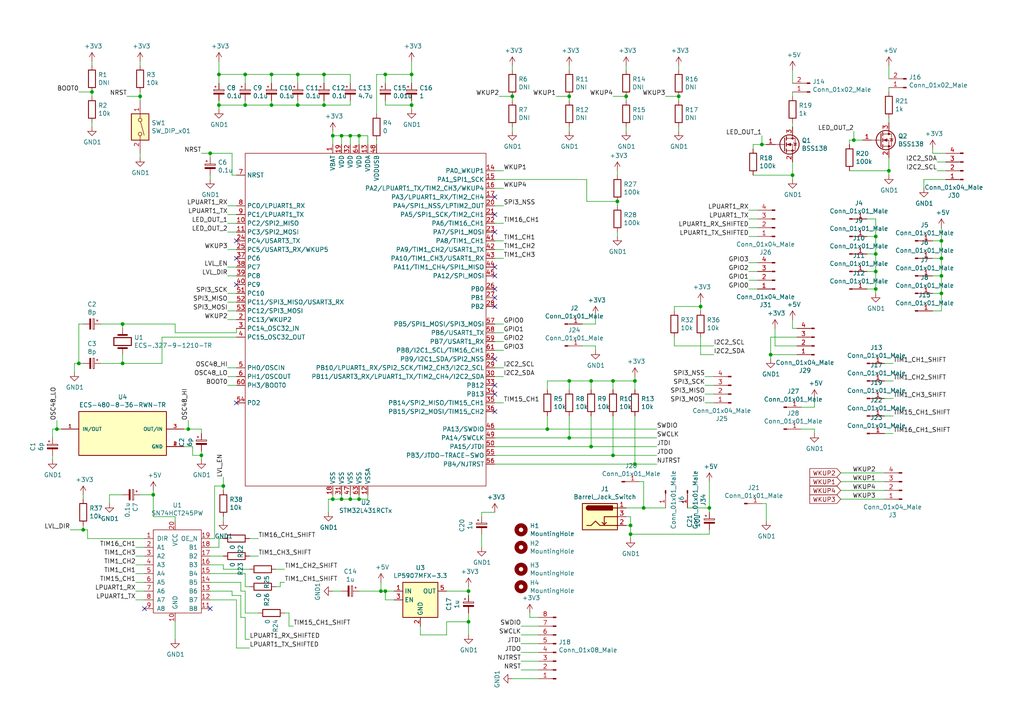
<source format=kicad_sch>
(kicad_sch (version 20211123) (generator eeschema)
  (paper "A4")
  (junction (at 86.36 21.59))
  (junction (at 71.12 21.59))
  (junction (at 135.89 180.34))
  (junction (at 254 78.74))
  (junction (at 247.65 40.64))
  (junction (at 257.81 49.53))
  (junction (at 119.38 30.48))
  (junction (at 254 73.66))
  (junction (at 104.14 144.78))
  (junction (at 223.52 102.87))
  (junction (at 203.2 88.9))
  (junction (at 220.98 41.91))
  (junction (at 54.61 124.46))
  (junction (at 182.88 152.4))
  (junction (at 273.05 80.01))
  (junction (at 177.8 132.08))
  (junction (at 104.14 39.37))
  (junction (at 229.87 50.8))
  (junction (at 186.69 147.32))
  (junction (at 99.06 144.78))
  (junction (at 254 68.58))
  (junction (at 58.42 132.08))
  (junction (at 63.5 30.48))
  (junction (at 165.1 110.49))
  (junction (at 119.38 21.59))
  (junction (at 101.6 39.37))
  (junction (at 44.45 143.51))
  (junction (at 35.56 93.98))
  (junction (at 171.45 110.49))
  (junction (at 165.1 27.94))
  (junction (at 93.98 30.48))
  (junction (at 86.36 30.48))
  (junction (at 96.52 144.78))
  (junction (at 64.77 140.97))
  (junction (at 63.5 21.59))
  (junction (at 184.15 110.49))
  (junction (at 110.49 171.45))
  (junction (at 165.1 127))
  (junction (at 40.64 27.94))
  (junction (at 22.86 105.41))
  (junction (at 60.96 44.45))
  (junction (at 179.07 58.42))
  (junction (at 111.76 171.45))
  (junction (at 26.67 26.67))
  (junction (at 196.85 27.94))
  (junction (at 24.13 153.67))
  (junction (at 184.15 134.62))
  (junction (at 16.51 124.46))
  (junction (at 181.61 27.94))
  (junction (at 135.89 171.45))
  (junction (at 99.06 39.37))
  (junction (at 171.45 129.54))
  (junction (at 93.98 21.59))
  (junction (at 78.74 21.59))
  (junction (at 254 83.82))
  (junction (at 182.88 154.94))
  (junction (at 273.05 69.85))
  (junction (at 205.74 147.32))
  (junction (at 177.8 110.49))
  (junction (at 78.74 30.48))
  (junction (at 273.05 74.93))
  (junction (at 158.75 124.46))
  (junction (at 35.56 105.41))
  (junction (at 111.76 21.59))
  (junction (at 96.52 39.37))
  (junction (at 273.05 85.09))
  (junction (at 101.6 144.78))
  (junction (at 71.12 30.48))
  (junction (at 148.59 27.94))
  (no_connect (at 143.51 67.31))
  (no_connect (at 143.51 119.38))
  (no_connect (at 68.58 82.55))
  (no_connect (at 143.51 114.3))
  (no_connect (at 41.91 176.53))
  (no_connect (at 143.51 111.76))
  (no_connect (at 143.51 57.15))
  (no_connect (at 68.58 116.84))
  (no_connect (at 143.51 80.01))
  (no_connect (at 143.51 104.14))
  (no_connect (at 143.51 62.23))
  (no_connect (at 68.58 69.85))
  (no_connect (at 143.51 77.47))
  (no_connect (at 143.51 86.36))
  (no_connect (at 143.51 83.82))
  (no_connect (at 143.51 88.9))
  (no_connect (at 60.96 176.53))
  (no_connect (at 68.58 74.93))
  (wire (pts (xy 273.05 74.93) (xy 270.51 74.93)))
  (wire (pts (xy 251.46 78.74) (xy 254 78.74)))
  (wire (pts (xy 254 73.66) (xy 254 68.58)))
  (wire (pts (xy 195.58 88.9) (xy 195.58 90.17)))
  (wire (pts (xy 177.8 110.49) (xy 171.45 110.49)))
  (wire (pts (xy 68.58 96.52) (xy 68.58 95.25)))
  (wire (pts (xy 259.08 110.49) (xy 256.54 110.49)))
  (wire (pts (xy 67.31 44.45) (xy 60.96 44.45)))
  (wire (pts (xy 58.42 124.46) (xy 54.61 124.46)))
  (wire (pts (xy 22.86 105.41) (xy 24.13 105.41)))
  (wire (pts (xy 44.45 142.24) (xy 44.45 143.51)))
  (wire (pts (xy 101.6 24.13) (xy 101.6 21.59)))
  (wire (pts (xy 207.01 111.76) (xy 204.47 111.76)))
  (wire (pts (xy 50.8 185.42) (xy 50.8 180.34)))
  (wire (pts (xy 170.18 58.42) (xy 179.07 58.42)))
  (wire (pts (xy 63.5 156.21) (xy 64.77 156.21)))
  (wire (pts (xy 31.75 146.05) (xy 31.75 143.51)))
  (wire (pts (xy 165.1 20.32) (xy 165.1 19.05)))
  (wire (pts (xy 203.2 102.87) (xy 203.2 97.79)))
  (wire (pts (xy 109.22 21.59) (xy 111.76 21.59)))
  (wire (pts (xy 110.49 168.91) (xy 110.49 171.45)))
  (wire (pts (xy 179.07 50.8) (xy 179.07 49.53)))
  (wire (pts (xy 257.81 49.53) (xy 257.81 45.72)))
  (wire (pts (xy 69.85 179.07) (xy 69.85 172.72)))
  (wire (pts (xy 22.86 105.41) (xy 22.86 93.98)))
  (wire (pts (xy 46.99 105.41) (xy 35.56 105.41)))
  (wire (pts (xy 39.37 158.75) (xy 41.91 158.75)))
  (wire (pts (xy 135.89 180.34) (xy 135.89 184.15)))
  (wire (pts (xy 184.15 113.03) (xy 184.15 110.49)))
  (wire (pts (xy 231.14 95.25) (xy 229.87 95.25)))
  (wire (pts (xy 111.76 21.59) (xy 111.76 24.13)))
  (wire (pts (xy 63.5 30.48) (xy 71.12 30.48)))
  (wire (pts (xy 257.81 35.56) (xy 257.81 34.29)))
  (wire (pts (xy 39.37 171.45) (xy 41.91 171.45)))
  (wire (pts (xy 85.09 181.61) (xy 83.82 181.61)))
  (wire (pts (xy 25.4 153.67) (xy 24.13 153.67)))
  (wire (pts (xy 181.61 152.4) (xy 182.88 152.4)))
  (wire (pts (xy 22.86 26.67) (xy 26.67 26.67)))
  (wire (pts (xy 60.96 45.72) (xy 60.96 44.45)))
  (wire (pts (xy 101.6 39.37) (xy 99.06 39.37)))
  (wire (pts (xy 146.05 109.22) (xy 143.51 109.22)))
  (wire (pts (xy 203.2 102.87) (xy 207.01 102.87)))
  (wire (pts (xy 181.61 38.1) (xy 181.61 36.83)))
  (wire (pts (xy 60.96 52.07) (xy 60.96 50.8)))
  (wire (pts (xy 146.05 93.98) (xy 143.51 93.98)))
  (wire (pts (xy 270.51 90.17) (xy 273.05 90.17)))
  (wire (pts (xy 257.81 49.53) (xy 246.38 49.53)))
  (wire (pts (xy 22.86 93.98) (xy 24.13 93.98)))
  (wire (pts (xy 20.32 153.67) (xy 24.13 153.67)))
  (wire (pts (xy 40.64 29.21) (xy 40.64 27.94)))
  (wire (pts (xy 146.05 101.6) (xy 143.51 101.6)))
  (wire (pts (xy 60.96 166.37) (xy 71.12 166.37)))
  (wire (pts (xy 29.21 93.98) (xy 35.56 93.98)))
  (wire (pts (xy 93.98 30.48) (xy 101.6 30.48)))
  (wire (pts (xy 177.8 132.08) (xy 190.5 132.08)))
  (wire (pts (xy 254 73.66) (xy 251.46 73.66)))
  (wire (pts (xy 66.04 64.77) (xy 68.58 64.77)))
  (wire (pts (xy 74.93 161.29) (xy 72.39 161.29)))
  (wire (pts (xy 71.12 166.37) (xy 71.12 170.18)))
  (wire (pts (xy 151.13 189.23) (xy 156.21 189.23)))
  (wire (pts (xy 68.58 97.79) (xy 46.99 97.79)))
  (wire (pts (xy 82.55 168.91) (xy 81.28 168.91)))
  (wire (pts (xy 243.84 137.16) (xy 256.54 137.16)))
  (wire (pts (xy 161.29 27.94) (xy 165.1 27.94)))
  (wire (pts (xy 50.8 149.86) (xy 44.45 149.86)))
  (wire (pts (xy 158.75 124.46) (xy 190.5 124.46)))
  (wire (pts (xy 106.68 144.78) (xy 106.68 143.51)))
  (wire (pts (xy 143.51 129.54) (xy 171.45 129.54)))
  (wire (pts (xy 196.85 29.21) (xy 196.85 27.94)))
  (wire (pts (xy 171.45 129.54) (xy 190.5 129.54)))
  (wire (pts (xy 104.14 143.51) (xy 104.14 144.78)))
  (wire (pts (xy 146.05 74.93) (xy 143.51 74.93)))
  (wire (pts (xy 55.88 129.54) (xy 55.88 132.08)))
  (wire (pts (xy 25.4 156.21) (xy 41.91 156.21)))
  (wire (pts (xy 24.13 144.78) (xy 24.13 143.51)))
  (wire (pts (xy 229.87 36.83) (xy 229.87 35.56)))
  (wire (pts (xy 60.96 171.45) (xy 67.31 171.45)))
  (wire (pts (xy 146.05 106.68) (xy 143.51 106.68)))
  (wire (pts (xy 58.42 125.73) (xy 58.42 124.46)))
  (wire (pts (xy 243.84 142.24) (xy 256.54 142.24)))
  (wire (pts (xy 15.24 133.35) (xy 15.24 132.08)))
  (wire (pts (xy 195.58 100.33) (xy 195.58 97.79)))
  (wire (pts (xy 66.04 67.31) (xy 68.58 67.31)))
  (wire (pts (xy 165.1 127) (xy 143.51 127)))
  (wire (pts (xy 186.69 147.32) (xy 193.04 147.32)))
  (wire (pts (xy 172.72 93.98) (xy 172.72 91.44)))
  (wire (pts (xy 229.87 27.94) (xy 229.87 26.67)))
  (wire (pts (xy 139.7 154.94) (xy 139.7 158.75)))
  (wire (pts (xy 204.47 114.3) (xy 207.01 114.3)))
  (wire (pts (xy 26.67 19.05) (xy 26.67 17.78)))
  (wire (pts (xy 35.56 143.51) (xy 31.75 143.51)))
  (wire (pts (xy 62.23 140.97) (xy 62.23 156.21)))
  (wire (pts (xy 231.14 100.33) (xy 224.79 100.33)))
  (wire (pts (xy 247.65 40.64) (xy 250.19 40.64)))
  (wire (pts (xy 54.61 124.46) (xy 53.34 124.46)))
  (wire (pts (xy 66.04 90.17) (xy 68.58 90.17)))
  (wire (pts (xy 168.91 93.98) (xy 172.72 93.98)))
  (wire (pts (xy 165.1 113.03) (xy 165.1 110.49)))
  (wire (pts (xy 251.46 63.5) (xy 254 63.5)))
  (wire (pts (xy 39.37 163.83) (xy 41.91 163.83)))
  (wire (pts (xy 207.01 109.22) (xy 204.47 109.22)))
  (wire (pts (xy 60.96 173.99) (xy 68.58 173.99)))
  (wire (pts (xy 104.14 41.91) (xy 104.14 39.37)))
  (wire (pts (xy 101.6 144.78) (xy 101.6 143.51)))
  (wire (pts (xy 17.78 124.46) (xy 16.51 124.46)))
  (wire (pts (xy 177.8 110.49) (xy 184.15 110.49)))
  (wire (pts (xy 93.98 30.48) (xy 86.36 30.48)))
  (wire (pts (xy 16.51 121.92) (xy 16.51 124.46)))
  (wire (pts (xy 96.52 144.78) (xy 96.52 143.51)))
  (wire (pts (xy 71.12 171.45) (xy 69.85 171.45)))
  (wire (pts (xy 66.04 85.09) (xy 68.58 85.09)))
  (wire (pts (xy 165.1 127) (xy 190.5 127)))
  (wire (pts (xy 247.65 38.1) (xy 247.65 40.64)))
  (wire (pts (xy 182.88 154.94) (xy 182.88 156.21)))
  (wire (pts (xy 146.05 72.39) (xy 143.51 72.39)))
  (wire (pts (xy 93.98 29.21) (xy 93.98 30.48)))
  (wire (pts (xy 135.89 180.34) (xy 135.89 177.8)))
  (wire (pts (xy 71.12 21.59) (xy 78.74 21.59)))
  (wire (pts (xy 158.75 110.49) (xy 165.1 110.49)))
  (wire (pts (xy 64.77 163.83) (xy 64.77 165.1)))
  (wire (pts (xy 66.04 106.68) (xy 68.58 106.68)))
  (wire (pts (xy 60.96 161.29) (xy 64.77 161.29)))
  (wire (pts (xy 246.38 40.64) (xy 247.65 40.64)))
  (wire (pts (xy 50.8 151.13) (xy 50.8 149.86)))
  (wire (pts (xy 106.68 41.91) (xy 106.68 39.37)))
  (wire (pts (xy 186.69 147.32) (xy 186.69 139.7)))
  (wire (pts (xy 217.17 68.58) (xy 219.71 68.58)))
  (wire (pts (xy 254 83.82) (xy 254 85.09)))
  (wire (pts (xy 74.93 177.8) (xy 71.12 177.8)))
  (wire (pts (xy 63.5 21.59) (xy 71.12 21.59)))
  (wire (pts (xy 254 78.74) (xy 254 73.66)))
  (wire (pts (xy 66.04 62.23) (xy 68.58 62.23)))
  (wire (pts (xy 259.08 105.41) (xy 256.54 105.41)))
  (wire (pts (xy 184.15 110.49) (xy 184.15 109.22)))
  (wire (pts (xy 217.17 63.5) (xy 219.71 63.5)))
  (wire (pts (xy 66.04 111.76) (xy 68.58 111.76)))
  (wire (pts (xy 78.74 30.48) (xy 78.74 29.21)))
  (wire (pts (xy 184.15 134.62) (xy 184.15 120.65)))
  (wire (pts (xy 271.78 49.53) (xy 274.32 49.53)))
  (wire (pts (xy 86.36 24.13) (xy 86.36 21.59)))
  (wire (pts (xy 182.88 152.4) (xy 182.88 154.94)))
  (wire (pts (xy 64.77 138.43) (xy 64.77 140.97)))
  (wire (pts (xy 135.89 172.72) (xy 135.89 171.45)))
  (wire (pts (xy 80.01 165.1) (xy 82.55 165.1)))
  (wire (pts (xy 217.17 81.28) (xy 219.71 81.28)))
  (wire (pts (xy 146.05 59.69) (xy 143.51 59.69)))
  (wire (pts (xy 177.8 27.94) (xy 181.61 27.94)))
  (wire (pts (xy 62.23 156.21) (xy 60.96 156.21)))
  (wire (pts (xy 66.04 87.63) (xy 68.58 87.63)))
  (wire (pts (xy 143.51 134.62) (xy 184.15 134.62)))
  (wire (pts (xy 41.91 168.91) (xy 39.37 168.91)))
  (wire (pts (xy 158.75 124.46) (xy 158.75 120.65)))
  (wire (pts (xy 217.17 60.96) (xy 219.71 60.96)))
  (wire (pts (xy 156.21 196.85) (xy 148.59 196.85)))
  (wire (pts (xy 99.06 39.37) (xy 96.52 39.37)))
  (wire (pts (xy 104.14 39.37) (xy 101.6 39.37)))
  (wire (pts (xy 229.87 52.07) (xy 229.87 50.8)))
  (wire (pts (xy 40.64 19.05) (xy 40.64 17.78)))
  (wire (pts (xy 254 63.5) (xy 254 68.58)))
  (wire (pts (xy 55.88 132.08) (xy 58.42 132.08)))
  (wire (pts (xy 39.37 161.29) (xy 41.91 161.29)))
  (wire (pts (xy 257.81 50.8) (xy 257.81 49.53)))
  (wire (pts (xy 78.74 24.13) (xy 78.74 21.59)))
  (wire (pts (xy 243.84 139.7) (xy 256.54 139.7)))
  (wire (pts (xy 35.56 93.98) (xy 50.8 93.98)))
  (wire (pts (xy 273.05 69.85) (xy 273.05 66.04)))
  (wire (pts (xy 71.12 179.07) (xy 69.85 179.07)))
  (wire (pts (xy 21.59 105.41) (xy 22.86 105.41)))
  (wire (pts (xy 121.92 184.15) (xy 129.54 184.15)))
  (wire (pts (xy 135.89 171.45) (xy 129.54 171.45)))
  (wire (pts (xy 148.59 38.1) (xy 148.59 36.83)))
  (wire (pts (xy 110.49 171.45) (xy 104.14 171.45)))
  (wire (pts (xy 35.56 102.87) (xy 35.56 105.41)))
  (wire (pts (xy 223.52 104.14) (xy 223.52 102.87)))
  (wire (pts (xy 66.04 72.39) (xy 68.58 72.39)))
  (wire (pts (xy 144.78 27.94) (xy 148.59 27.94)))
  (wire (pts (xy 259.08 120.65) (xy 256.54 120.65)))
  (wire (pts (xy 170.18 58.42) (xy 170.18 52.07)))
  (wire (pts (xy 66.04 80.01) (xy 68.58 80.01)))
  (wire (pts (xy 172.72 100.33) (xy 172.72 101.6)))
  (wire (pts (xy 15.24 124.46) (xy 15.24 127)))
  (wire (pts (xy 165.1 110.49) (xy 171.45 110.49)))
  (wire (pts (xy 60.96 163.83) (xy 64.77 163.83)))
  (wire (pts (xy 182.88 152.4) (xy 182.88 149.86)))
  (wire (pts (xy 267.97 52.07) (xy 274.32 52.07)))
  (wire (pts (xy 119.38 29.21) (xy 119.38 30.48)))
  (wire (pts (xy 71.12 30.48) (xy 78.74 30.48)))
  (wire (pts (xy 71.12 185.42) (xy 71.12 179.07)))
  (wire (pts (xy 203.2 88.9) (xy 195.58 88.9)))
  (wire (pts (xy 143.51 52.07) (xy 170.18 52.07)))
  (wire (pts (xy 199.39 147.32) (xy 205.74 147.32)))
  (wire (pts (xy 139.7 149.86) (xy 139.7 148.59)))
  (wire (pts (xy 259.08 115.57) (xy 256.54 115.57)))
  (wire (pts (xy 196.85 38.1) (xy 196.85 36.83)))
  (wire (pts (xy 236.22 118.11) (xy 236.22 115.57)))
  (wire (pts (xy 177.8 113.03) (xy 177.8 110.49)))
  (wire (pts (xy 71.12 170.18) (xy 72.39 170.18)))
  (wire (pts (xy 36.83 27.94) (xy 40.64 27.94)))
  (wire (pts (xy 66.04 59.69) (xy 68.58 59.69)))
  (wire (pts (xy 83.82 181.61) (xy 83.82 177.8)))
  (wire (pts (xy 96.52 144.78) (xy 99.06 144.78)))
  (wire (pts (xy 50.8 96.52) (xy 68.58 96.52)))
  (wire (pts (xy 195.58 100.33) (xy 207.01 100.33)))
  (wire (pts (xy 229.87 50.8) (xy 218.44 50.8)))
  (wire (pts (xy 251.46 83.82) (xy 254 83.82)))
  (wire (pts (xy 151.13 191.77) (xy 156.21 191.77)))
  (wire (pts (xy 71.12 30.48) (xy 71.12 29.21)))
  (wire (pts (xy 111.76 171.45) (xy 110.49 171.45)))
  (wire (pts (xy 81.28 170.18) (xy 80.01 170.18)))
  (wire (pts (xy 71.12 177.8) (xy 71.12 171.45)))
  (wire (pts (xy 104.14 144.78) (xy 106.68 144.78)))
  (wire (pts (xy 67.31 172.72) (xy 67.31 171.45)))
  (wire (pts (xy 66.04 92.71) (xy 68.58 92.71)))
  (wire (pts (xy 259.08 125.73) (xy 256.54 125.73)))
  (wire (pts (xy 181.61 20.32) (xy 181.61 19.05)))
  (wire (pts (xy 270.51 44.45) (xy 270.51 43.18)))
  (wire (pts (xy 220.98 41.91) (xy 222.25 41.91)))
  (wire (pts (xy 35.56 95.25) (xy 35.56 93.98)))
  (wire (pts (xy 232.41 124.46) (xy 236.22 124.46)))
  (wire (pts (xy 146.05 49.53) (xy 143.51 49.53)))
  (wire (pts (xy 205.74 148.59) (xy 205.74 147.32)))
  (wire (pts (xy 181.61 29.21) (xy 181.61 27.94)))
  (wire (pts (xy 95.25 148.59) (xy 95.25 144.78)))
  (wire (pts (xy 222.25 146.05) (xy 220.98 146.05)))
  (wire (pts (xy 254 78.74) (xy 254 83.82)))
  (wire (pts (xy 179.07 68.58) (xy 179.07 67.31)))
  (wire (pts (xy 66.04 109.22) (xy 68.58 109.22)))
  (wire (pts (xy 99.06 143.51) (xy 99.06 144.78)))
  (wire (pts (xy 68.58 173.99) (xy 68.58 187.96)))
  (wire (pts (xy 231.14 97.79) (xy 223.52 97.79)))
  (wire (pts (xy 109.22 33.02) (xy 109.22 21.59)))
  (wire (pts (xy 165.1 120.65) (xy 165.1 127)))
  (wire (pts (xy 219.71 83.82) (xy 217.17 83.82)))
  (wire (pts (xy 54.61 121.92) (xy 54.61 124.46)))
  (wire (pts (xy 219.71 78.74) (xy 217.17 78.74)))
  (wire (pts (xy 99.06 144.78) (xy 101.6 144.78)))
  (wire (pts (xy 29.21 105.41) (xy 35.56 105.41)))
  (wire (pts (xy 64.77 165.1) (xy 72.39 165.1)))
  (wire (pts (xy 63.5 21.59) (xy 63.5 17.78)))
  (wire (pts (xy 177.8 132.08) (xy 177.8 120.65)))
  (wire (pts (xy 69.85 171.45) (xy 69.85 168.91)))
  (wire (pts (xy 64.77 142.24) (xy 64.77 140.97)))
  (wire (pts (xy 96.52 39.37) (xy 96.52 38.1)))
  (wire (pts (xy 267.97 54.61) (xy 267.97 52.07)))
  (wire (pts (xy 179.07 59.69) (xy 179.07 58.42)))
  (wire (pts (xy 106.68 39.37) (xy 104.14 39.37)))
  (wire (pts (xy 270.51 85.09) (xy 273.05 85.09)))
  (wire (pts (xy 146.05 69.85) (xy 143.51 69.85)))
  (wire (pts (xy 101.6 29.21) (xy 101.6 30.48)))
  (wire (pts (xy 53.34 129.54) (xy 55.88 129.54)))
  (wire (pts (xy 151.13 186.69) (xy 156.21 186.69)))
  (wire (pts (xy 64.77 140.97) (xy 62.23 140.97)))
  (wire (pts (xy 119.38 31.75) (xy 119.38 30.48)))
  (wire (pts (xy 25.4 156.21) (xy 25.4 153.67)))
  (wire (pts (xy 143.51 124.46) (xy 158.75 124.46)))
  (wire (pts (xy 148.59 29.21) (xy 148.59 27.94)))
  (wire (pts (xy 153.67 179.07) (xy 153.67 177.8)))
  (wire (pts (xy 24.13 153.67) (xy 24.13 152.4)))
  (wire (pts (xy 81.28 168.91) (xy 81.28 170.18)))
  (wire (pts (xy 111.76 173.99) (xy 111.76 171.45)))
  (wire (pts (xy 68.58 50.8) (xy 67.31 50.8)))
  (wire (pts (xy 146.05 99.06) (xy 143.51 99.06)))
  (wire (pts (xy 246.38 41.91) (xy 246.38 40.64)))
  (wire (pts (xy 40.64 27.94) (xy 40.64 26.67)))
  (wire (pts (xy 95.25 144.78) (xy 96.52 144.78)))
  (wire (pts (xy 243.84 144.78) (xy 256.54 144.78)))
  (wire (pts (xy 251.46 68.58) (xy 254 68.58)))
  (wire (pts (xy 186.69 139.7) (xy 185.42 139.7)))
  (wire (pts (xy 218.44 41.91) (xy 220.98 41.91)))
  (wire (pts (xy 171.45 129.54) (xy 171.45 120.65)))
  (wire (pts (xy 40.64 45.72) (xy 40.64 44.45)))
  (wire (pts (xy 274.32 44.45) (xy 270.51 44.45)))
  (wire (pts (xy 109.22 41.91) (xy 109.22 40.64)))
  (wire (pts (xy 223.52 97.79) (xy 223.52 102.87)))
  (wire (pts (xy 273.05 80.01) (xy 273.05 74.93)))
  (wire (pts (xy 64.77 151.13) (xy 64.77 149.86)))
  (wire (pts (xy 151.13 194.31) (xy 156.21 194.31)))
  (wire (pts (xy 99.06 41.91) (xy 99.06 39.37)))
  (wire (pts (xy 158.75 113.03) (xy 158.75 110.49)))
  (wire (pts (xy 58.42 133.35) (xy 58.42 132.08)))
  (wire (pts (xy 139.7 148.59) (xy 143.51 148.59)))
  (wire (pts (xy 129.54 184.15) (xy 129.54 180.34)))
  (wire (pts (xy 229.87 24.13) (xy 229.87 20.32)))
  (wire (pts (xy 205.74 154.94) (xy 205.74 153.67)))
  (wire (pts (xy 50.8 93.98) (xy 50.8 96.52)))
  (wire (pts (xy 222.25 146.05) (xy 222.25 151.13)))
  (wire (pts (xy 232.41 118.11) (xy 236.22 118.11)))
  (wire (pts (xy 181.61 147.32) (xy 186.69 147.32)))
  (wire (pts (xy 101.6 21.59) (xy 93.98 21.59)))
  (wire (pts (xy 119.38 24.13) (xy 119.38 21.59)))
  (wire (pts (xy 58.42 132.08) (xy 58.42 130.81)))
  (wire (pts (xy 229.87 95.25) (xy 229.87 92.71)))
  (wire (pts (xy 205.74 139.7) (xy 205.74 147.32)))
  (wire (pts (xy 67.31 50.8) (xy 67.31 44.45)))
  (wire (pts (xy 96.52 41.91) (xy 96.52 39.37)))
  (wire (pts (xy 257.81 26.67) (xy 257.81 25.4)))
  (wire (pts (xy 63.5 29.21) (xy 63.5 30.48)))
  (wire (pts (xy 229.87 50.8) (xy 229.87 46.99)))
  (wire (pts (xy 66.04 77.47) (xy 68.58 77.47)))
  (wire (pts (xy 16.51 124.46) (xy 15.24 124.46)))
  (wire (pts (xy 86.36 30.48) (xy 86.36 29.21)))
  (wire (pts (xy 148.59 20.32) (xy 148.59 19.05)))
  (wire (pts (xy 111.76 21.59) (xy 119.38 21.59)))
  (wire (pts (xy 218.44 43.18) (xy 218.44 41.91)))
  (wire (pts (xy 63.5 158.75) (xy 63.5 156.21)))
  (wire (pts (xy 78.74 30.48) (xy 86.36 30.48)))
  (wire (pts (xy 184.15 134.62) (xy 190.5 134.62)))
  (wire (pts (xy 165.1 29.21) (xy 165.1 27.94)))
  (wire (pts (xy 111.76 29.21) (xy 111.76 30.48)))
  (wire (pts (xy 69.85 172.72) (xy 67.31 172.72)))
  (wire (pts (xy 257.81 22.86) (xy 257.81 19.05)))
  (wire (pts (xy 274.32 46.99) (xy 271.78 46.99)))
  (wire (pts (xy 83.82 177.8) (xy 82.55 177.8)))
  (wire (pts (xy 165.1 38.1) (xy 165.1 36.83)))
  (wire (pts (xy 168.91 100.33) (xy 172.72 100.33)))
  (wire (pts (xy 60.96 44.45) (xy 58.42 44.45)))
  (wire (pts (xy 223.52 102.87) (xy 231.14 102.87)))
  (wire (pts (xy 217.17 76.2) (xy 219.71 76.2)))
  (wire (pts (xy 224.79 100.33) (xy 224.79 95.25)))
  (wire (pts (xy 26.67 36.83) (xy 26.67 35.56)))
  (wire (pts (xy 236.22 124.46) (xy 236.22 125.73)))
  (wire (pts (xy 146.05 54.61) (xy 143.51 54.61)))
  (wire (pts (xy 182.88 149.86) (xy 181.61 149.86)))
  (wire (pts (xy 63.5 24.13) (xy 63.5 21.59)))
  (wire (pts (xy 156.21 179.07) (xy 153.67 179.07)))
  (wire (pts (xy 119.38 30.48) (xy 111.76 30.48)))
  (wire (pts (xy 121.92 181.61) (xy 121.92 184.15)))
  (wire (pts (xy 96.52 171.45) (xy 99.06 171.45)))
  (wire (pts (xy 60.96 168.91) (xy 69.85 168.91)))
  (wire (pts (xy 101.6 41.91) (xy 101.6 39.37)))
  (wire (pts (xy 72.39 156.21) (xy 74.93 156.21)))
  (wire (pts (xy 114.3 173.99) (xy 111.76 173.99)))
  (wire (pts (xy 72.39 185.42) (xy 71.12 185.42)))
  (wire (pts (xy 86.36 21.59) (xy 93.98 21.59)))
  (wire (pts (xy 68.58 187.96) (xy 72.39 187.96)))
  (wire (pts (xy 151.13 181.61) (xy 156.21 181.61)))
  (wire (pts (xy 93.98 21.59) (xy 93.98 24.13)))
  (wire (pts (xy 182.88 154.94) (xy 205.74 154.94)))
  (wire (pts (xy 44.45 143.51) (xy 40.64 143.51)))
  (wire (pts (xy 129.54 180.34) (xy 135.89 180.34)))
  (wire (pts (xy 273.05 90.17) (xy 273.05 85.09)))
  (wire (pts (xy 270.51 69.85) (xy 273.05 69.85)))
  (wire (pts (xy 114.3 171.45) (xy 111.76 171.45)))
  (wire (pts (xy 21.59 107.95) (xy 21.59 105.41)))
  (wire (pts (xy 270.51 80.01) (xy 273.05 80.01)))
  (wire (pts (xy 203.2 90.17) (xy 203.2 88.9)))
  (wire (pts (xy 207.01 116.84) (xy 204.47 116.84)))
  (wire (pts (xy 196.85 20.32) (xy 196.85 19.05)))
  (wire (pts (xy 46.99 97.79) (xy 46.99 105.41)))
  (wire (pts (xy 203.2 88.9) (xy 203.2 87.63)))
  (wire (pts (xy 119.38 21.59) (xy 119.38 17.78)))
  (wire (pts (xy 44.45 149.86) (xy 44.45 143.51)))
  (wire (pts (xy 60.96 158.75) (xy 63.5 158.75)))
  (wire (pts (xy 273.05 85.09) (xy 273.05 80.01)))
  (wire (pts (xy 146.05 64.77) (xy 143.51 64.77)))
  (wire (pts (xy 146.05 96.52) (xy 143.51 96.52)))
  (wire (pts (xy 219.71 66.04) (xy 217.17 66.04)))
  (wire (pts (xy 151.13 184.15) (xy 156.21 184.15)))
  (wire (pts (xy 220.98 39.37) (xy 220.98 41.91)))
  (wire (pts (xy 39.37 173.99) (xy 41.91 173.99)))
  (wire (pts (xy 101.6 144.78) (xy 104.14 144.78)))
  (wire (pts (xy 135.89 171.45) (xy 135.89 170.18)))
  (wire (pts (xy 78.74 21.59) (xy 86.36 21.59)))
  (wire (pts (xy 273.05 74.93) (xy 273.05 69.85)))
  (wire (pts (xy 146.05 116.84) (xy 143.51 116.84)))
  (wire (pts (xy 39.37 166.37) (xy 41.91 166.37)))
  (wire (pts (xy 193.04 27.94) (xy 196.85 27.94)))
  (wire (pts (xy 71.12 24.13) (xy 71.12 21.59)))
  (wire (pts (xy 171.45 110.49) (xy 171.45 113.03)))
  (wire (pts (xy 26.67 27.94) (xy 26.67 26.67)))
  (wire (pts (xy 177.8 132.08) (xy 143.51 132.08)))
  (wire (pts (xy 63.5 30.48) (xy 63.5 31.75)))
  (label "I2C2_SCL" (at 271.78 49.53 180))
  (label "JTDO" (at 190.5 132.08 0))
  (label "LPUART1_TX" (at 39.37 173.99 180))
  (label "LPUART1_TX" (at 66.04 62.23 180))
  (label "GPIO0" (at 146.05 93.98 0))
  (label "LVL_DIR" (at 66.04 80.01 180))
  (label "TIM16_CH1" (at 146.05 64.77 0))
  (label "LED_OUT_1" (at 66.04 64.77 180))
  (label "SPI3_NSS" (at 146.05 59.69 0))
  (label "JTDI" (at 151.13 186.69 180))
  (label "WKUP3" (at 254 144.78 180))
  (label "SWDIO" (at 190.5 124.46 0))
  (label "BOOT0" (at 66.04 111.76 180))
  (label "SWDIO" (at 151.13 181.61 180))
  (label "TIM15_CH1_SHIFT" (at 259.08 120.65 0))
  (label "OSC48_LO" (at 66.04 109.22 180))
  (label "I2C2_SDA" (at 271.78 46.99 180))
  (label "I2C2_SCL" (at 146.05 106.68 0))
  (label "SWCLK" (at 190.5 127 0))
  (label "WKUP1" (at 161.29 27.94 180))
  (label "TIM1_CH2_SHIFT" (at 82.55 165.1 0))
  (label "WKUP1" (at 254 139.7 180))
  (label "SPI3_MISO" (at 204.47 114.3 180))
  (label "LPUART1_RX" (at 66.04 59.69 180))
  (label "WKUP4" (at 254 142.24 180))
  (label "LPUART1_TX" (at 217.17 63.5 180))
  (label "SPI3_MOSI" (at 66.04 90.17 180))
  (label "GPIO3" (at 217.17 76.2 180))
  (label "SPI3_SCK" (at 204.47 111.76 180))
  (label "LPUART1_RX" (at 217.17 60.96 180))
  (label "LPUART1_RX_SHIFTED" (at 217.17 66.04 180))
  (label "TIM1_CH3_SHIFT" (at 74.93 161.29 0))
  (label "TIM16_CH1" (at 39.37 158.75 180))
  (label "TIM15_CH1_SHIFT" (at 85.09 181.61 0))
  (label "WKUP3" (at 66.04 72.39 180))
  (label "TIM1_CH1_SHIFT" (at 259.08 105.41 0))
  (label "OSC48_HI" (at 66.04 106.68 180))
  (label "NRST" (at 151.13 194.31 180))
  (label "GPIO2" (at 146.05 99.06 0))
  (label "TIM1_CH3" (at 39.37 161.29 180))
  (label "GPIO1" (at 146.05 96.52 0))
  (label "LED_OUT_2" (at 66.04 67.31 180))
  (label "LPUART1_RX" (at 39.37 171.45 180))
  (label "TIM1_CH1_SHIFT" (at 82.55 168.91 0))
  (label "TIM1_CH2_SHIFT" (at 259.08 110.49 0))
  (label "JTDO" (at 151.13 189.23 180))
  (label "TIM1_CH3" (at 146.05 74.93 0))
  (label "I2C2_SCL" (at 207.01 100.33 0))
  (label "WKUP2" (at 66.04 92.71 180))
  (label "JTDI" (at 190.5 129.54 0))
  (label "I2C2_SDA" (at 146.05 109.22 0))
  (label "TIM15_CH1" (at 146.05 116.84 0))
  (label "LPUART1_RX_SHIFTED" (at 72.39 185.42 0))
  (label "TIM15_CH1" (at 39.37 168.91 180))
  (label "TIM16_CH1_SHIFT" (at 259.08 125.73 0))
  (label "WKUP2" (at 144.78 27.94 180))
  (label "OSC48_LO" (at 16.51 121.92 90))
  (label "TIM1_CH1" (at 39.37 166.37 180))
  (label "NJTRST" (at 151.13 191.77 180))
  (label "TIM1_CH2" (at 146.05 72.39 0))
  (label "SPI3_NSS" (at 204.47 109.22 180))
  (label "TIM1_CH1" (at 146.05 69.85 0))
  (label "GPIO3" (at 146.05 101.6 0))
  (label "WKUP2" (at 254 137.16 180))
  (label "WKUP4" (at 146.05 54.61 0))
  (label "SPI3_MOSI" (at 204.47 116.84 180))
  (label "TIM1_CH2" (at 39.37 163.83 180))
  (label "LVL_EN" (at 66.04 77.47 180))
  (label "WKUP1" (at 146.05 49.53 0))
  (label "WKUP4" (at 177.8 27.94 180))
  (label "SPI3_MISO" (at 66.04 87.63 180))
  (label "LED_OUT_2" (at 247.65 38.1 180))
  (label "TIM1_CH3_SHIFT" (at 259.08 115.57 0))
  (label "LED_OUT_1" (at 220.98 39.37 180))
  (label "LPUART1_TX_SHIFTED" (at 72.39 187.96 0))
  (label "TIM16_CH1_SHIFT" (at 74.93 156.21 0))
  (label "GPIO1" (at 217.17 81.28 180))
  (label "NRST" (at 58.42 44.45 180))
  (label "NJTRST" (at 190.5 134.62 0))
  (label "LVL_DIR" (at 20.32 153.67 180))
  (label "GPIO2" (at 217.17 78.74 180))
  (label "LVL_EN" (at 64.77 138.43 90))
  (label "SPI3_SCK" (at 66.04 85.09 180))
  (label "LPUART1_TX_SHIFTED" (at 217.17 68.58 180))
  (label "BOOT0" (at 22.86 26.67 180))
  (label "OSC48_HI" (at 54.61 121.92 90))
  (label "NRST" (at 36.83 27.94 180))
  (label "SWCLK" (at 151.13 184.15 180))
  (label "I2C2_SDA" (at 207.01 102.87 0))
  (label "WKUP3" (at 193.04 27.94 180))
  (label "GPIO0" (at 217.17 83.82 180))
  (global_label "WKUP1" (shape input) (at 243.84 139.7 180) (property "Intersheet References" "${INTERSHEET_REFS}" (effects hide)))
  (global_label "WKUP2" (shape input) (at 243.84 137.16 180) (property "Intersheet References" "${INTERSHEET_REFS}" (effects hide)))
  (global_label "WKUP3" (shape input) (at 243.84 144.78 180) (property "Intersheet References" "${INTERSHEET_REFS}" (effects hide)))
  (global_label "WKUP4" (shape input) (at 243.84 142.24 180) (property "Intersheet References" "${INTERSHEET_REFS}" (effects hide)))
  (symbol (lib_id "spudglo_driver_v3p1_micro-rescue:STM32L431RCTx-MCU_ST_STM32L4") (at 80.01 71.12 0) (unit 1)
    (property "Reference" "U2" (at 106.045 145.7706 0))
    (property "Value" "STM32L431RCTx" (at 106.045 148.082 0))
    (property "Footprint" "Package_QFP:LQFP-64_10x10mm_P0.5mm" (effects hide))
    (property "Datasheet" "http://www.st.com/st-web-ui/static/active/en/resource/technical/document/datasheet/DM00257211.pdf" (effects hide))
  )
  (symbol (lib_id "spudglo_driver_v3p1_micro-rescue:CP_Small-Device") (at 63.5 26.67 0) (unit 1)
    (property "Reference" "C8" (at 65.7352 25.5016 0) (effects (justify left)))
    (property "Value" "0.1u" (at 65.7352 27.813 0) (effects (justify left)))
    (property "Footprint" "Capacitor_SMD:C_0603_1608Metric_Pad1.05x0.95mm_HandSolder" (effects hide))
  )
  (symbol (lib_id "spudglo_driver_v3p1_micro-rescue:CP_Small-Device") (at 71.12 26.67 0) (unit 1)
    (property "Reference" "C9" (at 73.3552 25.5016 0) (effects (justify left)))
    (property "Value" "0.1u" (at 73.3552 27.813 0) (effects (justify left)))
    (property "Footprint" "Capacitor_SMD:C_0603_1608Metric_Pad1.05x0.95mm_HandSolder" (effects hide))
  )
  (symbol (lib_id "spudglo_driver_v3p1_micro-rescue:CP_Small-Device") (at 78.74 26.67 0) (unit 1)
    (property "Reference" "C10" (at 80.9752 25.5016 0) (effects (justify left)))
    (property "Value" "0.1u" (at 80.9752 27.813 0) (effects (justify left)))
    (property "Footprint" "Capacitor_SMD:C_0603_1608Metric_Pad1.05x0.95mm_HandSolder" (effects hide))
  )
  (symbol (lib_id "spudglo_driver_v3p1_micro-rescue:CP_Small-Device") (at 86.36 26.67 0) (unit 1)
    (property "Reference" "C11" (at 88.5952 25.5016 0) (effects (justify left)))
    (property "Value" "0.1u" (at 88.5952 27.813 0) (effects (justify left)))
    (property "Footprint" "Capacitor_SMD:C_0603_1608Metric_Pad1.05x0.95mm_HandSolder" (effects hide))
  )
  (symbol (lib_id "spudglo_driver_v3p1_micro-rescue:CP_Small-Device") (at 93.98 26.67 0) (unit 1)
    (property "Reference" "C12" (at 96.2152 25.5016 0) (effects (justify left)))
    (property "Value" "0.1u" (at 96.2152 27.813 0) (effects (justify left)))
    (property "Footprint" "Capacitor_SMD:C_0603_1608Metric_Pad1.05x0.95mm_HandSolder" (effects hide))
  )
  (symbol (lib_id "spudglo_driver_v3p1_micro-rescue:CP_Small-Device") (at 101.6 26.67 0) (unit 1)
    (property "Reference" "C13" (at 103.8352 25.5016 0) (effects (justify left)))
    (property "Value" "4.7u" (at 103.8352 27.813 0) (effects (justify left)))
    (property "Footprint" "Capacitor_SMD:C_0603_1608Metric_Pad1.05x0.95mm_HandSolder" (effects hide))
  )
  (symbol (lib_id "power:GND1") (at 63.5 31.75 0) (unit 1)
    (property "Reference" "#PWR0101" (effects hide))
    (property "Value" "GND1" (at 63.627 36.1442 0))
  )
  (symbol (lib_id "spudglo_driver_v3p1_micro-rescue:+3.3V-power") (at 63.5 17.78 0) (unit 1)
    (property "Reference" "#PWR0102" (effects hide))
    (property "Value" "+3.3V" (at 63.881 13.3858 0))
  )
  (symbol (lib_id "spudglo_driver_v3p1_micro-rescue:CP_Small-Device") (at 111.76 26.67 0) (unit 1)
    (property "Reference" "C15" (at 113.9952 25.5016 0) (effects (justify left)))
    (property "Value" "0.01u" (at 113.9952 27.813 0) (effects (justify left)))
    (property "Footprint" "Capacitor_SMD:C_0603_1608Metric_Pad1.05x0.95mm_HandSolder" (effects hide))
  )
  (symbol (lib_id "spudglo_driver_v3p1_micro-rescue:CP_Small-Device") (at 119.38 26.67 0) (unit 1)
    (property "Reference" "C16" (at 121.6152 25.5016 0) (effects (justify left)))
    (property "Value" "1" (at 121.6152 27.813 0) (effects (justify left)))
    (property "Footprint" "Capacitor_SMD:C_0603_1608Metric_Pad1.05x0.95mm_HandSolder" (effects hide))
  )
  (symbol (lib_id "power:GND1") (at 119.38 31.75 0) (unit 1)
    (property "Reference" "#PWR0103" (effects hide))
    (property "Value" "GND1" (at 119.507 36.1442 0))
  )
  (symbol (lib_id "spudglo_driver_v3p1_micro-rescue:+3.3V-power") (at 119.38 17.78 0) (unit 1)
    (property "Reference" "#PWR0104" (effects hide))
    (property "Value" "+3.3V" (at 119.761 13.3858 0))
  )
  (symbol (lib_id "power:GND1") (at 95.25 148.59 0) (unit 1)
    (property "Reference" "#PWR0105" (effects hide))
    (property "Value" "GND1" (at 95.377 152.9842 0))
  )
  (symbol (lib_id "spudglo_driver_v3p1_micro-rescue:+3.3V-power") (at 96.52 38.1 0) (unit 1)
    (property "Reference" "#PWR0106" (effects hide))
    (property "Value" "+3.3V" (at 96.901 33.7058 0))
  )
  (symbol (lib_id "Device:R") (at 109.22 36.83 0) (unit 1)
    (property "Reference" "R4" (at 110.998 35.6616 0) (effects (justify left)))
    (property "Value" "0" (at 110.998 37.973 0) (effects (justify left)))
    (property "Footprint" "Resistor_SMD:R_0603_1608Metric_Pad1.05x0.95mm_HandSolder" (effects hide))
  )
  (symbol (lib_id "spudglo_driver_v3p1_micro-rescue:CP_Small-Device") (at 60.96 48.26 0) (unit 1)
    (property "Reference" "C6" (at 63.1952 47.0916 0) (effects (justify left)))
    (property "Value" "0.1u" (at 63.1952 49.403 0) (effects (justify left)))
    (property "Footprint" "Capacitor_SMD:C_0603_1608Metric_Pad1.05x0.95mm_HandSolder" (effects hide))
  )
  (symbol (lib_id "Connector:Conn_01x01_Male") (at 265.43 69.85 0) (unit 1)
    (property "Reference" "J5" (at 268.1732 65.2526 0))
    (property "Value" "Conn_01x01_Male" (at 268.1732 67.564 0))
    (property "Footprint" "Connector_Pin:Pin_D1.3mm_L11.0mm" (effects hide))
  )
  (symbol (lib_id "power:GND1") (at 60.96 52.07 0) (unit 1)
    (property "Reference" "#PWR0107" (effects hide))
    (property "Value" "GND1" (at 61.087 56.4642 0))
  )
  (symbol (lib_id "Switch:SW_DIP_x01") (at 40.64 36.83 270) (unit 1)
    (property "Reference" "SW1" (at 43.942 35.6616 90) (effects (justify left)))
    (property "Value" "SW_DIP_x01" (at 43.942 37.973 90) (effects (justify left)))
    (property "Footprint" "Connector_PinHeader_2.54mm:PinHeader_1x02_P2.54mm_Vertical" (effects hide))
  )
  (symbol (lib_id "power:GND1") (at 40.64 45.72 0) (unit 1)
    (property "Reference" "#PWR0108" (effects hide))
    (property "Value" "GND1" (at 40.767 50.1142 0))
  )
  (symbol (lib_id "Device:R") (at 40.64 22.86 0) (unit 1)
    (property "Reference" "R3" (at 42.418 21.6916 0) (effects (justify left)))
    (property "Value" "10k" (at 42.418 24.003 0) (effects (justify left)))
    (property "Footprint" "Resistor_SMD:R_0603_1608Metric_Pad1.05x0.95mm_HandSolder" (effects hide))
  )
  (symbol (lib_id "spudglo_driver_v3p1_micro-rescue:+3.3V-power") (at 40.64 17.78 0) (unit 1)
    (property "Reference" "#PWR0109" (effects hide))
    (property "Value" "+3.3V" (at 41.021 13.3858 0))
  )
  (symbol (lib_id "Device:Crystal") (at 35.56 99.06 270) (unit 1)
    (property "Reference" "U1" (at 38.8874 97.8916 90) (effects (justify left)))
    (property "Value" "ECS-.327-9-1210-TR" (at 38.8874 100.203 90) (effects (justify left)))
    (property "Footprint" "ECS-:XTAL_ECS-.327-9-1210-TR" (effects hide))
  )
  (symbol (lib_id "spudglo_driver_v3p1_micro-rescue:CP_Small-Device") (at 26.67 93.98 270) (unit 1)
    (property "Reference" "C2" (at 26.67 88.265 90))
    (property "Value" "8p" (at 26.67 90.5764 90))
    (property "Footprint" "Capacitor_SMD:C_0603_1608Metric_Pad1.05x0.95mm_HandSolder" (effects hide))
  )
  (symbol (lib_id "Connector:Conn_01x08_Male") (at 161.29 189.23 180) (unit 1)
    (property "Reference" "J18" (at 162.0012 186.2328 0) (effects (justify right)))
    (property "Value" "Conn_01x08_Male" (at 162.0012 188.5442 0) (effects (justify right)))
    (property "Footprint" "Connector_PinHeader_2.54mm:PinHeader_2x04_P2.54mm_Vertical" (effects hide))
  )
  (symbol (lib_id "spudglo_driver_v3p1_micro-rescue:CP_Small-Device") (at 26.67 105.41 270) (unit 1)
    (property "Reference" "C3" (at 26.67 99.695 90))
    (property "Value" "8p" (at 26.67 102.0064 90))
    (property "Footprint" "Capacitor_SMD:C_0603_1608Metric_Pad1.05x0.95mm_HandSolder" (effects hide))
  )
  (symbol (lib_id "power:GND1") (at 21.59 107.95 0) (unit 1)
    (property "Reference" "#PWR0110" (effects hide))
    (property "Value" "GND1" (at 21.717 112.3442 0))
  )
  (symbol (lib_id "spudglo_driver_v3p1_micro-rescue:CP_Small-Device") (at 15.24 129.54 0) (unit 1)
    (property "Reference" "C1" (at 9.525 129.54 90))
    (property "Value" "6p" (at 11.8364 129.54 90))
    (property "Footprint" "Capacitor_SMD:C_0603_1608Metric_Pad1.05x0.95mm_HandSolder" (effects hide))
  )
  (symbol (lib_id "spudglo_driver_v3p1_micro-rescue:CP_Small-Device") (at 58.42 128.27 0) (unit 1)
    (property "Reference" "C2" (at 52.705 128.27 90))
    (property "Value" "6p" (at 55.0164 128.27 90))
    (property "Footprint" "Capacitor_SMD:C_0603_1608Metric_Pad1.05x0.95mm_HandSolder" (effects hide))
  )
  (symbol (lib_id "Connector:Conn_01x01_Male") (at 265.43 74.93 0) (unit 1)
    (property "Reference" "J6" (at 268.1732 70.3326 0))
    (property "Value" "Conn_01x01_Male" (at 268.1732 72.644 0))
    (property "Footprint" "Connector_Pin:Pin_D1.3mm_L11.0mm" (effects hide))
  )
  (symbol (lib_id "power:GND1") (at 148.59 196.85 270) (unit 1)
    (property "Reference" "#PWR0137" (effects hide))
    (property "Value" "GND1" (at 144.1958 196.977 0))
  )
  (symbol (lib_id "Device:R") (at 26.67 22.86 0) (unit 1)
    (property "Reference" "R1" (at 28.448 21.6916 0) (effects (justify left)))
    (property "Value" "DNI" (at 28.448 24.003 0) (effects (justify left)))
    (property "Footprint" "Resistor_SMD:R_0603_1608Metric_Pad1.05x0.95mm_HandSolder" (effects hide))
  )
  (symbol (lib_id "spudglo_driver_v3p1_micro-rescue:+3.3V-power") (at 26.67 17.78 0) (unit 1)
    (property "Reference" "#PWR0111" (effects hide))
    (property "Value" "+3.3V" (at 27.051 13.3858 0))
  )
  (symbol (lib_id "power:GND1") (at 26.67 36.83 0) (unit 1)
    (property "Reference" "#PWR0112" (effects hide))
    (property "Value" "GND1" (at 26.797 41.2242 0))
  )
  (symbol (lib_id "Device:R") (at 26.67 31.75 0) (unit 1)
    (property "Reference" "R2" (at 28.448 30.5816 0) (effects (justify left)))
    (property "Value" "10k" (at 28.448 32.893 0) (effects (justify left)))
    (property "Footprint" "Resistor_SMD:R_0603_1608Metric_Pad1.05x0.95mm_HandSolder" (effects hide))
  )
  (symbol (lib_id "Connector:Conn_01x01_Male") (at 265.43 80.01 0) (unit 1)
    (property "Reference" "J7" (at 268.1732 75.4126 0))
    (property "Value" "Conn_01x01_Male" (at 268.1732 77.724 0))
    (property "Footprint" "Connector_Pin:Pin_D1.3mm_L11.0mm" (effects hide))
  )
  (symbol (lib_id "Connector:Conn_01x01_Male") (at 265.43 85.09 0) (unit 1)
    (property "Reference" "J8" (at 268.1732 80.4926 0))
    (property "Value" "Conn_01x01_Male" (at 268.1732 82.804 0))
    (property "Footprint" "Connector_Pin:Pin_D1.3mm_L11.0mm" (effects hide))
  )
  (symbol (lib_id "Connector:Conn_01x04_Male") (at 261.62 142.24 180) (unit 1)
    (property "Reference" "J3" (at 258.8768 149.3774 0))
    (property "Value" "Conn_01x04_Male" (at 258.8768 147.066 0))
    (property "Footprint" "Connector_PinHeader_2.54mm:PinHeader_1x04_P2.54mm_Vertical" (effects hide))
  )
  (symbol (lib_id "spudglo_driver_v3p1_micro-rescue:ECS-480-8-36-RWN-TR-ECS-480-8-36-RWN-TR") (at 35.56 127 0) (unit 1)
    (property "Reference" "U4" (at 35.56 115.1382 0))
    (property "Value" "ECS-480-8-36-RWN-TR" (at 35.56 117.4496 0))
    (property "Footprint" "XTAL_ECS-480-8-36-RWN-TR" (effects hide))
    (property "MF" "ECS INC" (effects hide))
    (property "DESCRIPTION" "The minature ECX-2236 is a compact SMD Crystal. The industry standard 2.5 x 2.0 x 0.55 mm ceramic package is ideal for today’s SMD manufacturing environment." (effects hide))
    (property "STANDARD" "Manufacturer Recommendation" (effects hide))
    (property "MP" "ECX-2236" (effects hide))
    (property "PACKAGE" "SMD-4 ECX" (effects hide))
    (property "AVAILABILITY" "Good" (effects hide))
    (property "PARTREV" "2017" (effects hide))
  )
  (symbol (lib_id "Device:R") (at 158.75 116.84 0) (unit 1)
    (property "Reference" "R5" (at 160.528 115.6716 0) (effects (justify left)))
    (property "Value" "10k" (at 160.528 117.983 0) (effects (justify left)))
    (property "Footprint" "Resistor_SMD:R_0603_1608Metric_Pad1.05x0.95mm_HandSolder" (effects hide))
  )
  (symbol (lib_id "Device:R") (at 165.1 116.84 0) (unit 1)
    (property "Reference" "R8" (at 166.878 115.6716 0) (effects (justify left)))
    (property "Value" "10k" (at 166.878 117.983 0) (effects (justify left)))
    (property "Footprint" "Resistor_SMD:R_0603_1608Metric_Pad1.05x0.95mm_HandSolder" (effects hide))
  )
  (symbol (lib_id "Device:R") (at 171.45 116.84 0) (unit 1)
    (property "Reference" "R9" (at 173.228 115.6716 0) (effects (justify left)))
    (property "Value" "10k" (at 173.228 117.983 0) (effects (justify left)))
    (property "Footprint" "Resistor_SMD:R_0603_1608Metric_Pad1.05x0.95mm_HandSolder" (effects hide))
  )
  (symbol (lib_id "Device:R") (at 177.8 116.84 0) (unit 1)
    (property "Reference" "R10" (at 179.578 115.6716 0) (effects (justify left)))
    (property "Value" "10k" (at 179.578 117.983 0) (effects (justify left)))
    (property "Footprint" "Resistor_SMD:R_0603_1608Metric_Pad1.05x0.95mm_HandSolder" (effects hide))
  )
  (symbol (lib_id "Device:R") (at 184.15 116.84 0) (unit 1)
    (property "Reference" "R13" (at 185.928 115.6716 0) (effects (justify left)))
    (property "Value" "10k" (at 185.928 117.983 0) (effects (justify left)))
    (property "Footprint" "Resistor_SMD:R_0603_1608Metric_Pad1.05x0.95mm_HandSolder" (effects hide))
  )
  (symbol (lib_id "Connector:Conn_01x01_Male") (at 246.38 68.58 0) (unit 1)
    (property "Reference" "J9" (at 249.1232 63.9826 0))
    (property "Value" "Conn_01x01_Male" (at 249.1232 66.294 0))
    (property "Footprint" "Connector_Pin:Pin_D1.3mm_L11.0mm" (effects hide))
  )
  (symbol (lib_id "Connector:Conn_01x01_Male") (at 246.38 73.66 0) (unit 1)
    (property "Reference" "J10" (at 249.1232 69.0626 0))
    (property "Value" "Conn_01x01_Male" (at 249.1232 71.374 0))
    (property "Footprint" "Connector_Pin:Pin_D1.3mm_L11.0mm" (effects hide))
  )
  (symbol (lib_id "Connector:Conn_01x01_Male") (at 246.38 78.74 0) (unit 1)
    (property "Reference" "J11" (at 249.1232 74.1426 0))
    (property "Value" "Conn_01x01_Male" (at 249.1232 76.454 0))
    (property "Footprint" "Connector_Pin:Pin_D1.3mm_L11.0mm" (effects hide))
  )
  (symbol (lib_id "Connector:Conn_01x01_Male") (at 246.38 83.82 0) (unit 1)
    (property "Reference" "J12" (at 249.1232 79.2226 0))
    (property "Value" "Conn_01x01_Male" (at 249.1232 81.534 0))
    (property "Footprint" "Connector_Pin:Pin_D1.3mm_L11.0mm" (effects hide))
  )
  (symbol (lib_id "power:GND1") (at 254 85.09 0) (unit 1)
    (property "Reference" "#PWR0142" (effects hide))
    (property "Value" "GND1" (at 254.127 89.4842 0))
  )
  (symbol (lib_id "spudglo_driver_v3p1_micro-rescue:+3.3V-power") (at 184.15 109.22 0) (unit 1)
    (property "Reference" "#PWR0113" (effects hide))
    (property "Value" "+3.3V" (at 184.531 104.8258 0))
  )
  (symbol (lib_id "power:+5V") (at 273.05 66.04 0) (unit 1)
    (property "Reference" "#PWR0129" (effects hide))
    (property "Value" "+5V" (at 273.431 61.6458 0))
  )
  (symbol (lib_id "power:GND1") (at 15.24 133.35 0) (unit 1)
    (property "Reference" "#PWR0140" (effects hide))
    (property "Value" "GND1" (at 15.367 137.7442 0))
  )
  (symbol (lib_id "spudglo_driver_v3p1_micro-rescue:+3.3V-power") (at 153.67 177.8 0) (unit 1)
    (property "Reference" "#PWR0139" (effects hide))
    (property "Value" "+3.3V" (at 154.051 173.4058 0))
  )
  (symbol (lib_id "power:GND1") (at 58.42 133.35 0) (unit 1)
    (property "Reference" "#PWR0141" (effects hide))
    (property "Value" "GND1" (at 58.547 137.7442 0))
  )
  (symbol (lib_id "Connector:Conn_01x01_Male") (at 251.46 110.49 0) (unit 1)
    (property "Reference" "J17" (at 254.2032 105.8926 0))
    (property "Value" "Conn_01x01_Male" (at 254.2032 108.204 0))
    (property "Footprint" "Connector_Pin:Pin_D1.3mm_L11.0mm" (effects hide))
  )
  (symbol (lib_id "Connector:Conn_01x01_Male") (at 251.46 115.57 0) (unit 1)
    (property "Reference" "J19" (at 254.2032 110.9726 0))
    (property "Value" "Conn_01x01_Male" (at 254.2032 113.284 0))
    (property "Footprint" "Connector_Pin:Pin_D1.3mm_L11.0mm" (effects hide))
  )
  (symbol (lib_id "Connector:Conn_01x01_Male") (at 251.46 120.65 0) (unit 1)
    (property "Reference" "J22" (at 254.2032 116.0526 0))
    (property "Value" "Conn_01x01_Male" (at 254.2032 118.364 0))
    (property "Footprint" "Connector_Pin:Pin_D1.3mm_L11.0mm" (effects hide))
  )
  (symbol (lib_id "Connector:Conn_01x01_Male") (at 251.46 125.73 0) (unit 1)
    (property "Reference" "J23" (at 254.2032 121.1326 0))
    (property "Value" "Conn_01x01_Male" (at 254.2032 123.444 0))
    (property "Footprint" "Connector_Pin:Pin_D1.3mm_L11.0mm" (effects hide))
  )
  (symbol (lib_id "Device:R") (at 148.59 24.13 0) (unit 1)
    (property "Reference" "R6" (at 150.368 22.9616 0) (effects (justify left)))
    (property "Value" "DNI" (at 150.368 25.273 0) (effects (justify left)))
    (property "Footprint" "Resistor_SMD:R_0603_1608Metric_Pad1.05x0.95mm_HandSolder" (effects hide))
  )
  (symbol (lib_id "spudglo_driver_v3p1_micro-rescue:+3.3V-power") (at 148.59 19.05 0) (unit 1)
    (property "Reference" "#PWR0114" (effects hide))
    (property "Value" "+3.3V" (at 148.971 14.6558 0))
  )
  (symbol (lib_id "power:GND1") (at 148.59 38.1 0) (unit 1)
    (property "Reference" "#PWR0116" (effects hide))
    (property "Value" "GND1" (at 148.717 42.4942 0))
  )
  (symbol (lib_id "Device:R") (at 148.59 33.02 0) (unit 1)
    (property "Reference" "R7" (at 150.368 31.8516 0) (effects (justify left)))
    (property "Value" "DNI" (at 150.368 34.163 0) (effects (justify left)))
    (property "Footprint" "Resistor_SMD:R_0603_1608Metric_Pad1.05x0.95mm_HandSolder" (effects hide))
  )
  (symbol (lib_id "Device:R") (at 165.1 24.13 0) (unit 1)
    (property "Reference" "R11" (at 166.878 22.9616 0) (effects (justify left)))
    (property "Value" "DNI" (at 166.878 25.273 0) (effects (justify left)))
    (property "Footprint" "Resistor_SMD:R_0603_1608Metric_Pad1.05x0.95mm_HandSolder" (effects hide))
  )
  (symbol (lib_id "spudglo_driver_v3p1_micro-rescue:+3.3V-power") (at 165.1 19.05 0) (unit 1)
    (property "Reference" "#PWR0117" (effects hide))
    (property "Value" "+3.3V" (at 165.481 14.6558 0))
  )
  (symbol (lib_id "power:GND1") (at 165.1 38.1 0) (unit 1)
    (property "Reference" "#PWR0118" (effects hide))
    (property "Value" "GND1" (at 165.227 42.4942 0))
  )
  (symbol (lib_id "Device:R") (at 165.1 33.02 0) (unit 1)
    (property "Reference" "R12" (at 166.878 31.8516 0) (effects (justify left)))
    (property "Value" "DNI" (at 166.878 34.163 0) (effects (justify left)))
    (property "Footprint" "Resistor_SMD:R_0603_1608Metric_Pad1.05x0.95mm_HandSolder" (effects hide))
  )
  (symbol (lib_id "Device:R") (at 181.61 24.13 0) (unit 1)
    (property "Reference" "R14" (at 183.388 22.9616 0) (effects (justify left)))
    (property "Value" "DNI" (at 183.388 25.273 0) (effects (justify left)))
    (property "Footprint" "Resistor_SMD:R_0603_1608Metric_Pad1.05x0.95mm_HandSolder" (effects hide))
  )
  (symbol (lib_id "spudglo_driver_v3p1_micro-rescue:+3.3V-power") (at 181.61 19.05 0) (unit 1)
    (property "Reference" "#PWR0119" (effects hide))
    (property "Value" "+3.3V" (at 181.991 14.6558 0))
  )
  (symbol (lib_id "power:GND1") (at 181.61 38.1 0) (unit 1)
    (property "Reference" "#PWR0120" (effects hide))
    (property "Value" "GND1" (at 181.737 42.4942 0))
  )
  (symbol (lib_id "Device:R") (at 181.61 33.02 0) (unit 1)
    (property "Reference" "R15" (at 183.388 31.8516 0) (effects (justify left)))
    (property "Value" "DNI" (at 183.388 34.163 0) (effects (justify left)))
    (property "Footprint" "Resistor_SMD:R_0603_1608Metric_Pad1.05x0.95mm_HandSolder" (effects hide))
  )
  (symbol (lib_id "Device:R") (at 196.85 24.13 0) (unit 1)
    (property "Reference" "R16" (at 198.628 22.9616 0) (effects (justify left)))
    (property "Value" "DNI" (at 198.628 25.273 0) (effects (justify left)))
    (property "Footprint" "Resistor_SMD:R_0603_1608Metric_Pad1.05x0.95mm_HandSolder" (effects hide))
  )
  (symbol (lib_id "spudglo_driver_v3p1_micro-rescue:+3.3V-power") (at 196.85 19.05 0) (unit 1)
    (property "Reference" "#PWR0121" (effects hide))
    (property "Value" "+3.3V" (at 197.231 14.6558 0))
  )
  (symbol (lib_id "power:GND1") (at 196.85 38.1 0) (unit 1)
    (property "Reference" "#PWR0122" (effects hide))
    (property "Value" "GND1" (at 196.977 42.4942 0))
  )
  (symbol (lib_id "Device:R") (at 196.85 33.02 0) (unit 1)
    (property "Reference" "R17" (at 198.628 31.8516 0) (effects (justify left)))
    (property "Value" "DNI" (at 198.628 34.163 0) (effects (justify left)))
    (property "Footprint" "Resistor_SMD:R_0603_1608Metric_Pad1.05x0.95mm_HandSolder" (effects hide))
  )
  (symbol (lib_id "power:GND1") (at 50.8 185.42 0) (unit 1)
    (property "Reference" "#PWR0130" (effects hide))
    (property "Value" "GND1" (at 50.927 189.8142 0))
  )
  (symbol (lib_id "Transistor_FET:BSS138") (at 227.33 41.91 0) (unit 1)
    (property "Reference" "Q1" (at 232.5116 40.7416 0) (effects (justify left)))
    (property "Value" "BSS138" (at 232.5116 43.053 0) (effects (justify left)))
    (property "Footprint" "Package_TO_SOT_SMD:SOT-23" (effects hide))
    (property "Datasheet" "https://www.fairchildsemi.com/datasheets/BS/BSS138.pdf" (effects hide))
  )
  (symbol (lib_id "Device:R") (at 229.87 31.75 0) (unit 1)
    (property "Reference" "R19" (at 231.648 30.5816 0) (effects (justify left)))
    (property "Value" "1k" (at 231.648 32.893 0) (effects (justify left)))
    (property "Footprint" "Resistor_SMD:R_0603_1608Metric_Pad1.05x0.95mm_HandSolder" (effects hide))
  )
  (symbol (lib_id "power:GND1") (at 229.87 52.07 0) (unit 1)
    (property "Reference" "#PWR0131" (effects hide))
    (property "Value" "GND1" (at 229.997 56.4642 0))
  )
  (symbol (lib_id "Device:R") (at 218.44 46.99 0) (unit 1)
    (property "Reference" "R18" (at 220.218 45.8216 0) (effects (justify left)))
    (property "Value" "100k" (at 220.218 48.133 0) (effects (justify left)))
    (property "Footprint" "Resistor_SMD:R_0603_1608Metric_Pad1.05x0.95mm_HandSolder" (effects hide))
  )
  (symbol (lib_id "Connector:Conn_01x02_Male") (at 234.95 26.67 180) (unit 1)
    (property "Reference" "J14" (at 235.6612 23.6728 0) (effects (justify right)))
    (property "Value" "Conn_01x02_Male" (at 235.6612 25.9842 0) (effects (justify right)))
    (property "Footprint" "Connector_PinHeader_2.54mm:PinHeader_1x02_P2.54mm_Vertical" (effects hide))
  )
  (symbol (lib_id "power:+5V") (at 229.87 20.32 0) (unit 1)
    (property "Reference" "#PWR0132" (effects hide))
    (property "Value" "+5V" (at 230.251 15.9258 0))
  )
  (symbol (lib_id "Transistor_FET:BSS138") (at 255.27 40.64 0) (unit 1)
    (property "Reference" "Q2" (at 260.4516 39.4716 0) (effects (justify left)))
    (property "Value" "BSS138" (at 260.4516 41.783 0) (effects (justify left)))
    (property "Footprint" "Package_TO_SOT_SMD:SOT-23" (effects hide))
    (property "Datasheet" "https://www.fairchildsemi.com/datasheets/BS/BSS138.pdf" (effects hide))
  )
  (symbol (lib_id "Device:R") (at 257.81 30.48 0) (unit 1)
    (property "Reference" "R21" (at 259.588 29.3116 0) (effects (justify left)))
    (property "Value" "1k" (at 259.588 31.623 0) (effects (justify left)))
    (property "Footprint" "Resistor_SMD:R_0603_1608Metric_Pad1.05x0.95mm_HandSolder" (effects hide))
  )
  (symbol (lib_id "power:GND1") (at 257.81 50.8 0) (unit 1)
    (property "Reference" "#PWR0133" (effects hide))
    (property "Value" "GND1" (at 257.937 55.1942 0))
  )
  (symbol (lib_id "Device:R") (at 246.38 45.72 0) (unit 1)
    (property "Reference" "R20" (at 248.158 44.5516 0) (effects (justify left)))
    (property "Value" "100k" (at 248.158 46.863 0) (effects (justify left)))
    (property "Footprint" "Resistor_SMD:R_0603_1608Metric_Pad1.05x0.95mm_HandSolder" (effects hide))
  )
  (symbol (lib_id "Connector:Conn_01x02_Male") (at 262.89 25.4 180) (unit 1)
    (property "Reference" "J16" (at 263.6012 22.4028 0) (effects (justify right)))
    (property "Value" "Conn_01x02_Male" (at 263.6012 24.7142 0) (effects (justify right)))
    (property "Footprint" "Connector_PinHeader_2.54mm:PinHeader_1x02_P2.54mm_Vertical" (effects hide))
  )
  (symbol (lib_id "power:+5V") (at 257.81 19.05 0) (unit 1)
    (property "Reference" "#PWR0134" (effects hide))
    (property "Value" "+5V" (at 258.191 14.6558 0))
  )
  (symbol (lib_id "Device:R") (at 68.58 156.21 270) (unit 1)
    (property "Reference" "R22" (at 69.7484 157.988 0) (effects (justify left)))
    (property "Value" "0" (at 67.437 157.988 0) (effects (justify left)))
    (property "Footprint" "Resistor_SMD:R_0603_1608Metric_Pad1.05x0.95mm_HandSolder" (effects hide))
  )
  (symbol (lib_id "power:+5V") (at 44.45 142.24 0) (unit 1)
    (property "Reference" "#PWR0123" (effects hide))
    (property "Value" "+5V" (at 44.831 137.8458 0))
  )
  (symbol (lib_id "Device:R") (at 68.58 161.29 270) (unit 1)
    (property "Reference" "R23" (at 69.7484 163.068 0) (effects (justify left)))
    (property "Value" "0" (at 67.437 163.068 0) (effects (justify left)))
    (property "Footprint" "Resistor_SMD:R_0603_1608Metric_Pad1.05x0.95mm_HandSolder" (effects hide))
  )
  (symbol (lib_id "spudglo_driver_v3p1_micro-rescue:CP_Small-Device") (at 38.1 143.51 270) (unit 1)
    (property "Reference" "C7" (at 39.2684 145.7452 0) (effects (justify left)))
    (property "Value" "0.1u" (at 36.957 145.7452 0) (effects (justify left)))
    (property "Footprint" "Capacitor_SMD:C_0603_1608Metric_Pad1.05x0.95mm_HandSolder" (effects hide))
  )
  (symbol (lib_id "Device:R") (at 76.2 165.1 270) (unit 1)
    (property "Reference" "R25" (at 77.3684 166.878 0) (effects (justify left)))
    (property "Value" "0" (at 75.057 166.878 0) (effects (justify left)))
    (property "Footprint" "Resistor_SMD:R_0603_1608Metric_Pad1.05x0.95mm_HandSolder" (effects hide))
  )
  (symbol (lib_id "Device:R") (at 76.2 170.18 270) (unit 1)
    (property "Reference" "R26" (at 77.3684 171.958 0) (effects (justify left)))
    (property "Value" "0" (at 75.057 171.958 0) (effects (justify left)))
    (property "Footprint" "Resistor_SMD:R_0603_1608Metric_Pad1.05x0.95mm_HandSolder" (effects hide))
  )
  (symbol (lib_id "power:GND1") (at 31.75 146.05 0) (unit 1)
    (property "Reference" "#PWR0124" (effects hide))
    (property "Value" "GND1" (at 31.877 150.4442 0))
  )
  (symbol (lib_id "spudglo_driver_v3p1_micro-rescue:+3.3V-power") (at 143.51 148.59 0) (unit 1)
    (property "Reference" "#PWR0143" (effects hide))
    (property "Value" "+3.3V" (at 143.891 144.1958 0))
  )
  (symbol (lib_id "spudglo_driver_v3p1_micro-rescue:CP_Small-Device") (at 139.7 152.4 0) (unit 1)
    (property "Reference" "C20" (at 133.985 152.4 90))
    (property "Value" "1u" (at 136.2964 152.4 90))
    (property "Footprint" "Capacitor_SMD:C_0603_1608Metric_Pad1.05x0.95mm_HandSolder" (effects hide))
  )
  (symbol (lib_id "Connector:Conn_01x01_Male") (at 180.34 139.7 0) (unit 1)
    (property "Reference" "J20" (at 183.0832 135.1026 0))
    (property "Value" "Conn_01x01_Male" (at 183.0832 137.414 0))
    (property "Footprint" "MountingHole:MountingHole_2.5mm_Pad" (effects hide))
  )
  (symbol (lib_id "Connector:Conn_01x01_Male") (at 215.9 146.05 0) (unit 1)
    (property "Reference" "J21" (at 218.6432 141.4526 0))
    (property "Value" "Conn_01x01_Male" (at 218.6432 143.764 0))
    (property "Footprint" "MountingHole:MountingHole_2.5mm_Pad" (effects hide))
  )
  (symbol (lib_id "power:GND1") (at 222.25 151.13 0) (unit 1)
    (property "Reference" "#PWR0135" (effects hide))
    (property "Value" "GND1" (at 222.377 155.5242 0))
  )
  (symbol (lib_id "power:GND1") (at 139.7 158.75 0) (unit 1)
    (property "Reference" "#PWR0144" (effects hide))
    (property "Value" "GND1" (at 139.827 163.1442 0))
  )
  (symbol (lib_id "Connector:Barrel_Jack_Switch") (at 173.99 149.86 0) (unit 1)
    (property "Reference" "J1" (at 175.4378 141.8082 0))
    (property "Value" "Barrel_Jack_Switch" (at 175.4378 144.1196 0))
    (property "Footprint" "Connector_BarrelJack:BarrelJack_Wuerth_6941xx301002" (effects hide))
  )
  (symbol (lib_id "Device:R") (at 78.74 177.8 270) (unit 1)
    (property "Reference" "R24" (at 79.9084 179.578 0) (effects (justify left)))
    (property "Value" "0" (at 77.597 179.578 0) (effects (justify left)))
    (property "Footprint" "Resistor_SMD:R_0603_1608Metric_Pad1.05x0.95mm_HandSolder" (effects hide))
  )
  (symbol (lib_id "power:GND1") (at 182.88 156.21 0) (unit 1)
    (property "Reference" "#PWR0146" (effects hide))
    (property "Value" "GND1" (at 183.007 160.6042 0))
  )
  (symbol (lib_id "Connector:Conn_01x01_Male") (at 251.46 105.41 0) (unit 1)
    (property "Reference" "J13" (at 254.2032 100.8126 0))
    (property "Value" "Conn_01x01_Male" (at 254.2032 103.124 0))
    (property "Footprint" "Connector_Pin:Pin_D1.3mm_L11.0mm" (effects hide))
  )
  (symbol (lib_id "power:+5V") (at 205.74 139.7 0) (unit 1)
    (property "Reference" "#PWR0147" (effects hide))
    (property "Value" "+5V" (at 206.121 135.3058 0))
  )
  (symbol (lib_id "spudglo_driver_v3p1_micro-rescue:CP_Small-Device") (at 205.74 151.13 0) (unit 1)
    (property "Reference" "C21" (at 200.025 151.13 90))
    (property "Value" "10u" (at 202.3364 151.13 90))
    (property "Footprint" "Capacitor_SMD:C_0603_1608Metric_Pad1.05x0.95mm_HandSolder" (effects hide))
  )
  (symbol (lib_id "Regulator_Linear:LP5907MFX-3.3") (at 121.92 173.99 0) (unit 1)
    (property "Reference" "U3" (at 121.92 164.6682 0))
    (property "Value" "LP5907MFX-3.3" (at 121.92 166.9796 0))
    (property "Footprint" "Package_TO_SOT_SMD:SOT-23-5" (effects hide))
    (property "Datasheet" "http://www.ti.com/lit/ds/symlink/lp5907.pdf" (effects hide))
  )
  (symbol (lib_id "power:+5V") (at 110.49 168.91 0) (unit 1)
    (property "Reference" "#PWR0125" (effects hide))
    (property "Value" "+5V" (at 110.871 164.5158 0))
  )
  (symbol (lib_id "spudglo_driver_v3p1_micro-rescue:CP_Small-Device") (at 101.6 171.45 270) (unit 1)
    (property "Reference" "C14" (at 101.6 165.735 90))
    (property "Value" "1u" (at 101.6 168.0464 90))
    (property "Footprint" "Capacitor_SMD:C_0603_1608Metric_Pad1.05x0.95mm_HandSolder" (effects hide))
  )
  (symbol (lib_id "Mechanical:MountingHole") (at 151.13 153.67 0) (unit 1)
    (property "Reference" "H1" (at 153.67 152.5016 0) (effects (justify left)))
    (property "Value" "MountingHole" (at 153.67 154.813 0) (effects (justify left)))
    (property "Footprint" "MountingHole:MountingHole_6.5mm" (effects hide))
  )
  (symbol (lib_id "power:GND1") (at 96.52 171.45 270) (unit 1)
    (property "Reference" "#PWR0126" (effects hide))
    (property "Value" "GND1" (at 92.1258 171.577 0))
  )
  (symbol (lib_id "spudglo_driver_v3p1_micro-rescue:CP_Small-Device") (at 135.89 175.26 0) (unit 1)
    (property "Reference" "C17" (at 130.175 175.26 90))
    (property "Value" "1u" (at 132.4864 175.26 90))
    (property "Footprint" "Capacitor_SMD:C_0603_1608Metric_Pad1.05x0.95mm_HandSolder" (effects hide))
  )
  (symbol (lib_id "power:GND1") (at 135.89 184.15 0) (unit 1)
    (property "Reference" "#PWR0127" (effects hide))
    (property "Value" "GND1" (at 136.017 188.5442 0))
  )
  (symbol (lib_id "spudglo_driver_v3p1_micro-rescue:+3.3V-power") (at 135.89 170.18 0) (unit 1)
    (property "Reference" "#PWR0128" (effects hide))
    (property "Value" "+3.3V" (at 136.271 165.7858 0))
  )
  (symbol (lib_id "Connector:Conn_01x01_Male") (at 246.38 63.5 0) (unit 1)
    (property "Reference" "J4" (at 249.1232 58.9026 0))
    (property "Value" "Conn_01x01_Male" (at 249.1232 61.214 0))
    (property "Footprint" "Connector_Pin:Pin_D1.3mm_L11.0mm" (effects hide))
  )
  (symbol (lib_id "Connector:Conn_01x01_Male") (at 265.43 90.17 0) (unit 1)
    (property "Reference" "J15" (at 268.1732 85.5726 0))
    (property "Value" "Conn_01x01_Male" (at 268.1732 87.884 0))
    (property "Footprint" "Connector_Pin:Pin_D1.3mm_L11.0mm" (effects hide))
  )
  (symbol (lib_id "Connector:Conn_01x04_Male") (at 224.79 66.04 180) (unit 1)
    (property "Reference" "J26" (at 222.0468 73.1774 0))
    (property "Value" "Conn_01x04_Male" (at 222.0468 70.866 0))
    (property "Footprint" "Connector_PinHeader_2.54mm:PinHeader_1x04_P2.54mm_Vertical" (effects hide))
  )
  (symbol (lib_id "Connector:Conn_01x04_Male") (at 236.22 100.33 180) (unit 1)
    (property "Reference" "J29" (at 233.4768 107.4674 0))
    (property "Value" "Conn_01x04_Male" (at 233.4768 105.156 0))
    (property "Footprint" "Connector_PinHeader_2.54mm:PinHeader_1x04_P2.54mm_Vertical" (effects hide))
  )
  (symbol (lib_id "power:GND1") (at 223.52 104.14 0) (unit 1)
    (property "Reference" "#PWR0148" (effects hide))
    (property "Value" "GND1" (at 223.647 108.5342 0))
  )
  (symbol (lib_id "power:+5V") (at 229.87 92.71 0) (unit 1)
    (property "Reference" "#PWR0149" (effects hide))
    (property "Value" "+5V" (at 230.251 88.3158 0))
  )
  (symbol (lib_id "spudglo_driver_v3p1_micro-rescue:+3.3V-power") (at 224.79 95.25 0) (unit 1)
    (property "Reference" "#PWR0150" (effects hide))
    (property "Value" "+3.3V" (at 225.171 90.8558 0))
  )
  (symbol (lib_id "Device:R") (at 203.2 93.98 0) (unit 1)
    (property "Reference" "R36" (at 204.978 92.8116 0) (effects (justify left)))
    (property "Value" "10k" (at 204.978 95.123 0) (effects (justify left)))
    (property "Footprint" "Resistor_SMD:R_0603_1608Metric_Pad1.05x0.95mm_HandSolder" (effects hide))
  )
  (symbol (lib_id "Device:R") (at 195.58 93.98 0) (unit 1)
    (property "Reference" "R32" (at 197.358 92.8116 0) (effects (justify left)))
    (property "Value" "10k" (at 197.358 95.123 0) (effects (justify left)))
    (property "Footprint" "Resistor_SMD:R_0603_1608Metric_Pad1.05x0.95mm_HandSolder" (effects hide))
  )
  (symbol (lib_id "spudglo_driver_v3p1_micro-rescue:+3.3V-power") (at 203.2 87.63 0) (unit 1)
    (property "Reference" "#PWR0151" (effects hide))
    (property "Value" "+3.3V" (at 203.581 83.2358 0))
  )
  (symbol (lib_id "Connector:Conn_01x04_Male") (at 212.09 114.3 180) (unit 1)
    (property "Reference" "J25" (at 209.3468 121.4374 0))
    (property "Value" "Conn_01x04_Male" (at 209.3468 119.126 0))
    (property "Footprint" "Connector_PinHeader_2.54mm:PinHeader_1x04_P2.54mm_Vertical" (effects hide))
  )
  (symbol (lib_id "Connector:Conn_01x01_Male") (at 227.33 118.11 0) (unit 1)
    (property "Reference" "J27" (at 230.0732 113.5126 0))
    (property "Value" "Conn_01x01_Male" (at 230.0732 115.824 0))
    (property "Footprint" "Connector_Pin:Pin_D1.3mm_L11.0mm" (effects hide))
  )
  (symbol (lib_id "Connector:Conn_01x01_Male") (at 227.33 124.46 0) (unit 1)
    (property "Reference" "J28" (at 230.0732 119.8626 0))
    (property "Value" "Conn_01x01_Male" (at 230.0732 122.174 0))
    (property "Footprint" "Connector_Pin:Pin_D1.3mm_L11.0mm" (effects hide))
  )
  (symbol (lib_id "power:+5V") (at 236.22 115.57 0) (unit 1)
    (property "Reference" "#PWR0152" (effects hide))
    (property "Value" "+5V" (at 236.601 111.1758 0))
  )
  (symbol (lib_id "power:GND1") (at 236.22 125.73 0) (unit 1)
    (property "Reference" "#PWR0153" (effects hide))
    (property "Value" "GND1" (at 236.347 130.1242 0))
  )
  (symbol (lib_id "Connector:Conn_01x01_Male") (at 163.83 93.98 0) (unit 1)
    (property "Reference" "J2" (at 166.5732 89.3826 0))
    (property "Value" "Conn_01x01_Male" (at 166.5732 91.694 0))
    (property "Footprint" "Connector_Pin:Pin_D1.3mm_L11.0mm" (effects hide))
  )
  (symbol (lib_id "Connector:Conn_01x01_Male") (at 163.83 100.33 0) (unit 1)
    (property "Reference" "J24" (at 166.5732 95.7326 0))
    (property "Value" "Conn_01x01_Male" (at 166.5732 98.044 0))
    (property "Footprint" "Connector_Pin:Pin_D1.3mm_L11.0mm" (effects hide))
  )
  (symbol (lib_id "power:GND1") (at 172.72 101.6 0) (unit 1)
    (property "Reference" "#PWR0154" (effects hide))
    (property "Value" "GND1" (at 172.847 105.9942 0))
  )
  (symbol (lib_id "spudglo_driver_v3p1_micro-rescue:+3.3V-power") (at 172.72 91.44 0) (unit 1)
    (property "Reference" "#PWR0155" (effects hide))
    (property "Value" "+3.3V" (at 173.101 87.0458 0))
  )
  (symbol (lib_id "Device:R") (at 179.07 54.61 0) (unit 1)
    (property "Reference" "R27" (at 180.848 53.4416 0) (effects (justify left)))
    (property "Value" "100k" (at 180.848 55.753 0) (effects (justify left)))
    (property "Footprint" "Resistor_SMD:R_0603_1608Metric_Pad1.05x0.95mm_HandSolder" (effects hide))
  )
  (symbol (lib_id "Device:R") (at 179.07 63.5 0) (unit 1)
    (property "Reference" "R28" (at 180.848 62.3316 0) (effects (justify left)))
    (property "Value" "100k" (at 180.848 64.643 0) (effects (justify left)))
    (property "Footprint" "Resistor_SMD:R_0603_1608Metric_Pad1.05x0.95mm_HandSolder" (effects hide))
  )
  (symbol (lib_id "power:GND1") (at 179.07 68.58 0) (unit 1)
    (property "Reference" "#PWR0156" (effects hide))
    (property "Value" "GND1" (at 179.197 72.9742 0))
  )
  (symbol (lib_id "spudglo_driver_v3p1_micro-rescue:+3.3V-power") (at 179.07 49.53 0) (unit 1)
    (property "Reference" "#PWR0157" (effects hide))
    (property "Value" "+3.3V" (at 179.451 45.1358 0))
  )
  (symbol (lib_id "Connector:Conn_01x04_Male") (at 279.4 49.53 180) (unit 1)
    (property "Reference" "J30" (at 276.6568 56.6674 0))
    (property "Value" "Conn_01x04_Male" (at 276.6568 54.356 0))
    (property "Footprint" "Connector_PinHeader_2.54mm:PinHeader_1x04_P2.54mm_Vertical" (effects hide))
  )
  (symbol (lib_id "power:GND1") (at 267.97 54.61 0) (unit 1)
    (property "Reference" "#PWR0158" (effects hide))
    (property "Value" "GND1" (at 268.097 59.0042 0))
  )
  (symbol (lib_id "spudglo_driver_v3p1_micro-rescue:+3.3V-power") (at 270.51 43.18 0) (unit 1)
    (property "Reference" "#PWR0159" (effects hide))
    (property "Value" "+3.3V" (at 270.891 38.7858 0))
  )
  (symbol (lib_id "Connector:Conn_01x04_Male") (at 224.79 81.28 180) (unit 1)
    (property "Reference" "J31" (at 222.0468 88.4174 0))
    (property "Value" "Conn_01x04_Male" (at 222.0468 86.106 0))
    (property "Footprint" "Connector_PinHeader_2.54mm:PinHeader_1x04_P2.54mm_Vertical" (effects hide))
  )
  (symbol (lib_id "Device:R") (at 64.77 146.05 0) (unit 1)
    (property "Reference" "R38" (at 66.548 144.8816 0) (effects (justify left)))
    (property "Value" "10k" (at 66.548 147.193 0) (effects (justify left)))
    (property "Footprint" "Resistor_SMD:R_0603_1608Metric_Pad1.05x0.95mm_HandSolder" (effects hide))
  )
  (symbol (lib_id "power:GND1") (at 64.77 151.13 0) (unit 1)
    (property "Reference" "#PWR0160" (effects hide))
    (property "Value" "GND1" (at 64.897 155.5242 0))
  )
  (symbol (lib_id "Device:R") (at 24.13 148.59 0) (unit 1)
    (property "Reference" "R37" (at 25.908 147.4216 0) (effects (justify left)))
    (property "Value" "10k" (at 25.908 149.733 0) (effects (justify left)))
    (property "Footprint" "Resistor_SMD:R_0603_1608Metric_Pad1.05x0.95mm_HandSolder" (effects hide))
  )
  (symbol (lib_id "spudglo_driver_v3p1_micro-rescue:+3.3V-power") (at 24.13 143.51 0) (unit 1)
    (property "Reference" "#PWR0161" (effects hide))
    (property "Value" "+3.3V" (at 24.511 139.1158 0))
  )
  (symbol (lib_id "spudglo_driver_v3p1_micro-rescue:SN74HCT245PW-srw_custom") (at 44.45 153.67 0) (unit 1)
    (property "Reference" "U1" (at 51.435 146.5326 0))
    (property "Value" "SN74HCT245PW" (at 51.435 148.844 0))
    (property "Footprint" "Package_SO:TSSOP-20_4.4x6.5mm_P0.65mm" (effects hide))
  )
  (symbol (lib_id "Mechanical:MountingHole") (at 151.13 158.75 0) (unit 1)
    (property "Reference" "H2" (at 153.67 157.5816 0) (effects (justify left)))
    (property "Value" "MountingHole" (at 153.67 159.893 0) (effects (justify left)))
    (property "Footprint" "MountingHole:MountingHole_6.5mm" (effects hide))
  )
  (symbol (lib_id "Mechanical:MountingHole") (at 151.13 165.1 0) (unit 1)
    (property "Reference" "H3" (at 153.67 163.9316 0) (effects (justify left)))
    (property "Value" "MountingHole" (at 153.67 166.243 0) (effects (justify left)))
    (property "Footprint" "MountingHole:MountingHole_6.5mm" (effects hide))
  )
  (symbol (lib_id "Mechanical:MountingHole") (at 151.13 170.18 0) (unit 1)
    (property "Reference" "H4" (at 153.67 169.0116 0) (effects (justify left)))
    (property "Value" "MountingHole" (at 153.67 171.323 0) (effects (justify left)))
    (property "Footprint" "MountingHole:MountingHole_6.5mm" (effects hide))
  )
  (symbol (lib_id "Connector:Conn_01x01_Male") (at 193.04 142.24 270) (unit 1)
    (property "Reference" "J6" (at 197.6374 144.9832 0))
    (property "Value" "Conn_01x01_Male" (at 195.326 144.9832 0))
    (property "Footprint" "MountingHole:MountingHole_2.5mm_Pad" (effects hide))
  )
  (symbol (lib_id "Connector:Conn_01x01_Male") (at 199.39 142.24 270) (unit 1)
    (property "Reference" "J34" (at 203.9874 144.9832 0))
    (property "Value" "Conn_01x01_Male" (at 201.676 144.9832 0))
    (property "Footprint" "MountingHole:MountingHole_2.5mm_Pad" (effects hide))
  )
)
</source>
